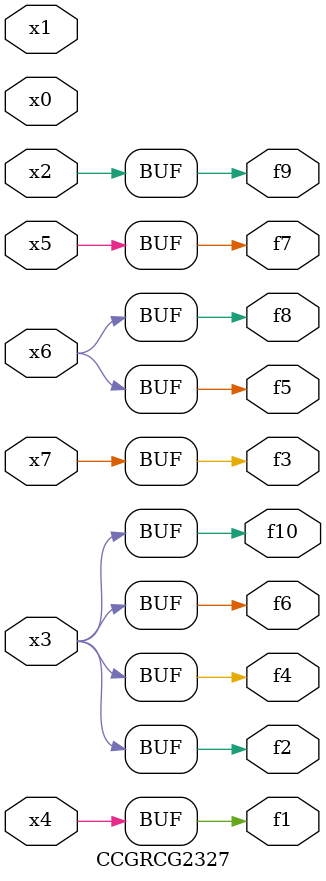
<source format=v>
module CCGRCG2327(
	input x0, x1, x2, x3, x4, x5, x6, x7,
	output f1, f2, f3, f4, f5, f6, f7, f8, f9, f10
);
	assign f1 = x4;
	assign f2 = x3;
	assign f3 = x7;
	assign f4 = x3;
	assign f5 = x6;
	assign f6 = x3;
	assign f7 = x5;
	assign f8 = x6;
	assign f9 = x2;
	assign f10 = x3;
endmodule

</source>
